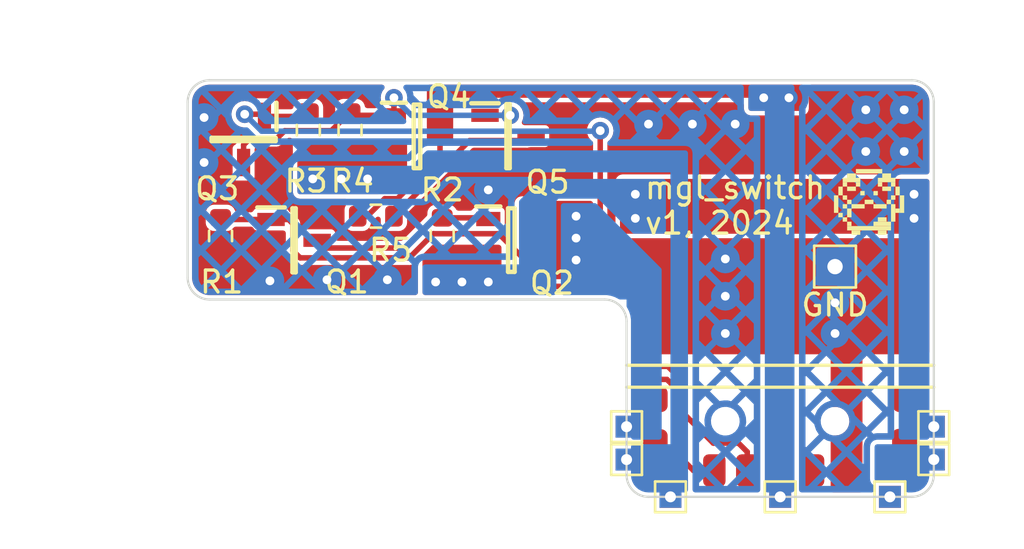
<source format=kicad_pcb>
(kicad_pcb (version 20221018) (generator pcbnew)
  (layers (0 "F.Cu" signal) (31 "B.Cu" signal) (34 "B.Paste" user) (35 "F.Paste" user) (36 "B.SilkS" user "B.Silkscreen") (37 "F.SilkS" user "F.Silkscreen") (38 "B.Mask" user) (39 "F.Mask" user) (44 "Edge.Cuts" user))
  (net 0 "")
  (net 1 "Net-(Q1-Pad1)")
  (net 2 "VCC_OUT")
  (net 3 "GNDPWR")
  (net 4 "Net-(Q3-Pad3)")
  (net 5 "VDD_OUT")
  (net 7 "/SW_COM")
  (net 8 "VCC")
  (net 9 "VDD")
  (net 10 "Net-(Q1-Pad3)")
  (net 11 "VCC_DRAIN")
  (net 12 "Net-(Q5-Pad3)")
  (net 13 "unconnected-(TP6-Pad1)")
  (footprint "TestPoint:TestPoint_THTPad_1.0x1.0mm_Drill0.5mm" (layer "F.Cu") (at 78 118.5)
    (fp_text reference "TP5" hide)
    (fp_text value "VCC")
    (fp_line (start -0.7 -0.7) (end 0.7 -0.7) (stroke (width 0.12)) (layer "F.SilkS"))
    (fp_line (start -0.7 0.7) (end -0.7 -0.7) (stroke (width 0.12)) (layer "F.SilkS"))
    (fp_line (start 0.7 -0.7) (end 0.7 0.7) (stroke (width 0.12)) (layer "F.SilkS"))
    (fp_line (start 0.7 0.7) (end -0.7 0.7) (stroke (width 0.12)) (layer "F.SilkS"))
    (pad "1" thru_hole rect (at 0 0) (size 1 1) (drill 0.5) (layers "*.Cu" "*.Mask") (net 2 "VCC_OUT"))
  )
  (footprint "Resistor_SMD:R_0603_1608Metric" (layer "F.Cu") (at 52.5 106.6 90)
    (fp_text reference "R1" (at -2.1 0.05 180) (layer "F.SilkS"))
    (fp_text value "100K")
    (fp_line (start -0.237258 -0.5225) (end 0.237258 -0.5225) (stroke (width 0.12)) (layer "F.SilkS"))
    (fp_line (start -0.237258 0.5225) (end 0.237258 0.5225) (stroke (width 0.12)) (layer "F.SilkS"))
    (pad "1" smd roundrect (at -0.825 0 90) (size 0.8 0.95) (layers "F.Cu" "F.Paste" "F.Mask") (net 3 "GNDPWR"))
    (pad "2" smd roundrect (at 0.825 0 90) (size 0.8 0.95) (layers "F.Cu" "F.Paste" "F.Mask") (net 1 "Net-(Q1-Pad1)"))
  )
  (footprint "User:Frog Silkscreen Small" (layer "F.Cu") (at 82.05 105.05)
    (fp_text reference "REF**" hide)
    (fp_text value "Frog Silkscreen Small" hide)
    (fp_rect (start -1.6 -0.3) (end -1.4 0.5) (fill solid) (layer "F.SilkS"))
    (fp_rect (start -1.4 -0.7) (end -1.2 -0.3) (fill solid) (layer "F.SilkS"))
    (fp_rect (start -1.4 0.5) (end -1.2 0.7) (fill solid) (layer "F.SilkS"))
    (fp_rect (start -1.2 -1.1) (end -0.4 -0.9) (fill solid) (layer "F.SilkS"))
    (fp_rect (start -1.2 -0.9) (end -1 -0.7) (fill solid) (layer "F.SilkS"))
    (fp_rect (start -1.2 -0.3) (end -1 -0.1) (fill solid) (layer "F.SilkS"))
    (fp_rect (start -1.2 0.1) (end -1 0.3) (fill solid) (layer "F.SilkS"))
    (fp_rect (start -1.2 0.7) (end -1 0.9) (fill solid) (layer "F.SilkS"))
    (fp_rect (start -1 -1.3) (end -0.6 -1.1) (fill solid) (layer "F.SilkS"))
    (fp_rect (start -1 -0.7) (end -0.6 -0.5) (fill solid) (layer "F.SilkS"))
    (fp_rect (start -1 -0.1) (end -0.8 0.1) (fill solid) (layer "F.SilkS"))
    (fp_rect (start -1 0.3) (end -0.8 0.7) (fill solid) (layer "F.SilkS"))
    (fp_rect (start -1 0.9) (end -0.8 1.1) (fill solid) (layer "F.SilkS"))
    (fp_rect (start -1 1.1) (end 1 1.3) (fill solid) (layer "F.SilkS"))
    (fp_rect (start -0.8 0.1) (end -0.2 0.3) (fill solid) (layer "F.SilkS"))
    (fp_rect (start -0.8 1.3) (end -0.4 1.5) (fill solid) (layer "F.SilkS"))
    (fp_rect (start -0.6 -1.5) (end 0.6 -1.3) (fill solid) (layer "F.SilkS"))
    (fp_rect (start -0.6 -0.9) (end -0.4 -0.7) (fill solid) (layer "F.SilkS"))
    (fp_rect (start -0.4 -0.5) (end -0.2 -0.3) (fill solid) (layer "F.SilkS"))
    (fp_rect (start -0.2 -0.1) (end 0.2 0.1) (fill solid) (layer "F.SilkS"))
    (fp_rect (start 0.2 -0.5) (end 0.4 -0.3) (fill solid) (layer "F.SilkS"))
    (fp_rect (start 0.2 0.1) (end 0.8 0.3) (fill solid) (layer "F.SilkS"))
    (fp_rect (start 0.2 0.9) (end 1 1.1) (fill solid) (layer "F.SilkS"))
    (fp_rect (start 0.4 -1.1) (end 1.2 -0.9) (fill solid) (layer "F.SilkS"))
    (fp_rect (start 0.4 -0.9) (end 0.6 -0.7) (fill solid) (layer "F.SilkS"))
    (fp_rect (start 0.4 0.7) (end 0.8 0.9) (fill solid) (layer "F.SilkS"))
    (fp_rect (start 0.4 1.3) (end 0.8 1.5) (fill solid) (layer "F.SilkS"))
    (fp_rect (start 0.6 -1.3) (end 1 -1.1) (fill solid) (layer "F.SilkS"))
    (fp_rect (start 0.6 -0.7) (end 1 -0.5) (fill solid) (layer "F.SilkS"))
    (fp_rect (start 0.8 -0.1) (end 1 0.1) (fill solid) (layer "F.SilkS"))
    (fp_rect (start 1 -0.9) (end 1.2 -0.7) (fill solid) (layer "F.SilkS"))
    (fp_rect (start 1 -0.3) (end 1.2 -0.1) (fill solid) (layer "F.SilkS"))
    (fp_rect (start 1 0.1) (end 1.2 0.9) (fill solid) (layer "F.SilkS"))
    (fp_rect (start 1.2 -0.7) (end 1.4 -0.3) (fill solid) (layer "F.SilkS"))
    (fp_rect (start 1.2 0.3) (end 1.4 0.5) (fill solid) (layer "F.SilkS"))
    (fp_rect (start 1.4 -0.3) (end 1.6 0.5) (fill solid) (layer "F.SilkS"))
  )
  (footprint "SamacSys_Parts:SOT95P237X112-3N" (layer "F.Cu") (at 65.6 102.05)
    (fp_text reference "Q5" (at 1.8 2.1) (layer "F.SilkS"))
    (fp_text value "SI2312BDS-T1-BE3" hide)
    (fp_line (start -1.675 -1.5) (end -0.425 -1.5) (stroke (width 0.2)) (layer "F.SilkS"))
    (fp_line (start -0.075 -1.46) (end 0.075 -1.46) (stroke (width 0.2)) (layer "F.SilkS"))
    (fp_line (start -0.075 1.46) (end -0.075 -1.46) (stroke (width 0.2)) (layer "F.SilkS"))
    (fp_line (start 0.075 -1.46) (end 0.075 1.46) (stroke (width 0.2)) (layer "F.SilkS"))
    (fp_line (start 0.075 1.46) (end -0.075 1.46) (stroke (width 0.2)) (layer "F.SilkS"))
    (pad "1" smd rect (at -1.05 -0.95 90) (size 0.6 1.25) (layers "F.Cu" "F.Paste" "F.Mask") (net 4 "Net-(Q3-Pad3)"))
    (pad "2" smd rect (at -1.05 0.95 90) (size 0.6 1.25) (layers "F.Cu" "F.Paste" "F.Mask") (net 3 "GNDPWR"))
    (pad "3" smd rect (at 1.05 0 90) (size 0.6 1.25) (layers "F.Cu" "F.Paste" "F.Mask") (net 12 "Net-(Q5-Pad3)"))
  )
  (footprint "SamacSys_Parts:MSKT-13C01" (layer "F.Cu") (at 78 115 180)
    (fp_text reference "SW1" hide)
    (fp_text value "SW_SP3T" hide)
    (pad "" np_thru_hole circle (at -2.5 -0.05 180) (size 0.8 0.8) (drill 0.8) (layers "F&B.Cu"))
    (pad "" np_thru_hole circle (at 2.5 -0.05 180) (size 0.8 0.8) (drill 0.8) (layers "F&B.Cu"))
    (pad "1" smd roundrect (at -3.01075 -2.2905 180) (size 1.0215 1.481) (layers "F.Cu" "F.Paste" "F.Mask") (net 3 "GNDPWR"))
    (pad "2" smd roundrect (at -1.5 -2.3 180) (size 1.0215 1.481) (layers "F.Cu" "F.Paste" "F.Mask"))
    (pad "3" smd roundrect (at 1.5 -2.3 180) (size 1.0215 1.481) (layers "F.Cu" "F.Paste" "F.Mask") (net 7 "/SW_COM"))
    (pad "4" smd roundrect (at 3 -2.3 180) (size 1.0215 1.481) (layers "F.Cu" "F.Paste" "F.Mask") (net 1 "Net-(Q1-Pad1)"))
    (pad "5" smd roundrect (at -5.7 0.95 180) (size 1.143 1.162) (layers "F.Cu" "F.Paste" "F.Mask"))
    (pad "5" smd roundrect (at -5.6715 -0.981 180) (size 1.143 1.162) (layers "F.Cu" "F.Paste" "F.Mask"))
    (pad "5" smd roundrect (at 5.7 -1 180) (size 1.143 1.162) (layers "F.Cu" "F.Paste" "F.Mask"))
    (pad "5" smd roundrect (at 5.7 0.95 180) (size 1.143 1.162) (layers "F.Cu" "F.Paste" "F.Mask"))
  )
  (footprint "Resistor_SMD:R_0603_1608Metric" (layer "F.Cu") (at 62.6 106.6 -90)
    (fp_text reference "R2" (at -2.1 0) (layer "F.SilkS"))
    (fp_text value "10K")
    (fp_line (start -0.237258 -0.5225) (end 0.237258 -0.5225) (stroke (width 0.12)) (layer "F.SilkS"))
    (fp_line (start -0.237258 0.5225) (end 0.237258 0.5225) (stroke (width 0.12)) (layer "F.SilkS"))
    (pad "1" smd roundrect (at -0.825 0 270) (size 0.8 0.95) (layers "F.Cu" "F.Paste" "F.Mask") (net 10 "Net-(Q1-Pad3)"))
    (pad "2" smd roundrect (at 0.825 0 270) (size 0.8 0.95) (layers "F.Cu" "F.Paste" "F.Mask") (net 9 "VDD"))
  )
  (footprint "TestPoint:TestPoint_THTPad_1.0x1.0mm_Drill0.5mm" (layer "F.Cu") (at 85 116.8)
    (fp_text reference "TP6" hide)
    (fp_text value "VCC_DRAIN")
    (fp_line (start -0.7 -0.7) (end 0.7 -0.7) (stroke (width 0.12)) (layer "F.SilkS"))
    (fp_line (start -0.7 0.7) (end -0.7 -0.7) (stroke (width 0.12)) (layer "F.SilkS"))
    (fp_line (start 0.7 -0.7) (end 0.7 0.7) (stroke (width 0.12)) (layer "F.SilkS"))
    (fp_line (start 0.7 0.7) (end -0.7 0.7) (stroke (width 0.12)) (layer "F.SilkS"))
    (pad "1" thru_hole rect (at 0 0) (size 1 1) (drill 0.5) (layers "*.Cu" "*.Mask") (net 13 "unconnected-(TP6-Pad1)"))
  )
  (footprint "Resistor_SMD:R_0603_1608Metric" (layer "F.Cu") (at 59.575 105.7)
    (fp_text reference "R5" (at 0.675 1.55) (layer "F.SilkS"))
    (fp_text value "75")
    (fp_line (start -0.237258 -0.5225) (end 0.237258 -0.5225) (stroke (width 0.12)) (layer "F.SilkS"))
    (fp_line (start -0.237258 0.5225) (end 0.237258 0.5225) (stroke (width 0.12)) (layer "F.SilkS"))
    (pad "1" smd roundrect (at -0.825 0) (size 0.8 0.95) (layers "F.Cu" "F.Paste" "F.Mask") (net 2 "VCC_OUT"))
    (pad "2" smd roundrect (at 0.825 0) (size 0.8 0.95) (layers "F.Cu" "F.Paste" "F.Mask") (net 12 "Net-(Q5-Pad3)"))
  )
  (footprint "Resistor_SMD:R_0603_1608Metric" (layer "F.Cu") (at 58.4 101.775 90)
    (fp_text reference "R4" (at -2.325 0.1) (layer "F.SilkS"))
    (fp_text value "10K")
    (fp_line (start -0.237258 -0.5225) (end 0.237258 -0.5225) (stroke (width 0.12)) (layer "F.SilkS"))
    (fp_line (start -0.237258 0.5225) (end 0.237258 0.5225) (stroke (width 0.12)) (layer "F.SilkS"))
    (pad "1" smd roundrect (at -0.825 0 90) (size 0.8 0.95) (layers "F.Cu" "F.Paste" "F.Mask") (net 8 "VCC"))
    (pad "2" smd roundrect (at 0.825 0 90) (size 0.8 0.95) (layers "F.Cu" "F.Paste" "F.Mask") (net 4 "Net-(Q3-Pad3)"))
  )
  (footprint "SamacSys_Parts:SOT95P237X112-3N" (layer "F.Cu") (at 55.85 106.8)
    (fp_text reference "Q1" (at 2.4 1.9) (layer "F.SilkS"))
    (fp_text value "SI2312BDS-T1-BE3" hide)
    (fp_line (start -1.675 -1.5) (end -0.425 -1.5) (stroke (width 0.2)) (layer "F.SilkS"))
    (fp_line (start -0.075 -1.46) (end 0.075 -1.46) (stroke (width 0.2)) (layer "F.SilkS"))
    (fp_line (start -0.075 1.46) (end -0.075 -1.46) (stroke (width 0.2)) (layer "F.SilkS"))
    (fp_line (start 0.075 -1.46) (end 0.075 1.46) (stroke (width 0.2)) (layer "F.SilkS"))
    (fp_line (start 0.075 1.46) (end -0.075 1.46) (stroke (width 0.2)) (layer "F.SilkS"))
    (pad "1" smd rect (at -1.05 -0.95 90) (size 0.6 1.25) (layers "F.Cu" "F.Paste" "F.Mask") (net 1 "Net-(Q1-Pad1)"))
    (pad "2" smd rect (at -1.05 0.95 90) (size 0.6 1.25) (layers "F.Cu" "F.Paste" "F.Mask") (net 3 "GNDPWR"))
    (pad "3" smd rect (at 1.05 0 90) (size 0.6 1.25) (layers "F.Cu" "F.Paste" "F.Mask") (net 10 "Net-(Q1-Pad3)"))
  )
  (footprint "SamacSys_Parts:SOT96P240X110-3N" (layer "F.Cu") (at 61.45 102.06)
    (fp_text reference "Q4" (at 1.45 -1.81) (layer "F.SilkS"))
    (fp_text value "DMP6350SQ-7" hide)
    (fp_line (start -1.6 -1.535) (end -0.5 -1.535) (stroke (width 0.2)) (layer "F.SilkS"))
    (fp_line (start -0.15 -1.45) (end 0.15 -1.45) (stroke (width 0.2)) (layer "F.SilkS"))
    (fp_line (start -0.15 1.45) (end -0.15 -1.45) (stroke (width 0.2)) (layer "F.SilkS"))
    (fp_line (start 0.15 -1.45) (end 0.15 1.45) (stroke (width 0.2)) (layer "F.SilkS"))
    (fp_line (start 0.15 1.45) (end -0.15 1.45) (stroke (width 0.2)) (layer "F.SilkS"))
    (pad "1" smd rect (at -1.05 -0.96 90) (size 0.65 1.1) (layers "F.Cu" "F.Paste" "F.Mask") (net 4 "Net-(Q3-Pad3)"))
    (pad "2" smd rect (at -1.05 0.96 90) (size 0.65 1.1) (layers "F.Cu" "F.Paste" "F.Mask") (net 8 "VCC"))
    (pad "3" smd rect (at 1.05 0 90) (size 0.65 1.1) (layers "F.Cu" "F.Paste" "F.Mask") (net 2 "VCC_OUT"))
  )
  (footprint "TestPoint:TestPoint_THTPad_1.0x1.0mm_Drill0.5mm" (layer "F.Cu") (at 71 115.3)
    (fp_text reference "TP3" hide)
    (fp_text value "VDD")
    (fp_line (start -0.7 -0.7) (end 0.7 -0.7) (stroke (width 0.12)) (layer "F.SilkS"))
    (fp_line (start -0.7 0.7) (end -0.7 -0.7) (stroke (width 0.12)) (layer "F.SilkS"))
    (fp_line (start 0.7 -0.7) (end 0.7 0.7) (stroke (width 0.12)) (layer "F.SilkS"))
    (fp_line (start 0.7 0.7) (end -0.7 0.7) (stroke (width 0.12)) (layer "F.SilkS"))
    (pad "1" thru_hole rect (at 0 0) (size 1 1) (drill 0.5) (layers "*.Cu" "*.Mask") (net 5 "VDD_OUT"))
  )
  (footprint "SamacSys_Parts:SOT96P240X110-3N" (layer "F.Cu") (at 65.75 106.79)
    (fp_text reference "Q2" (at 1.85 1.96) (layer "F.SilkS"))
    (fp_text value "DMP6350SQ-7" hide)
    (fp_line (start -1.6 -1.535) (end -0.5 -1.535) (stroke (width 0.2)) (layer "F.SilkS"))
    (fp_line (start -0.15 -1.45) (end 0.15 -1.45) (stroke (width 0.2)) (layer "F.SilkS"))
    (fp_line (start -0.15 1.45) (end -0.15 -1.45) (stroke (width 0.2)) (layer "F.SilkS"))
    (fp_line (start 0.15 -1.45) (end 0.15 1.45) (stroke (width 0.2)) (layer "F.SilkS"))
    (fp_line (start 0.15 1.45) (end -0.15 1.45) (stroke (width 0.2)) (layer "F.SilkS"))
    (pad "1" smd rect (at -1.05 -0.96 90) (size 0.65 1.1) (layers "F.Cu" "F.Paste" "F.Mask") (net 10 "Net-(Q1-Pad3)"))
    (pad "2" smd rect (at -1.05 0.96 90) (size 0.65 1.1) (layers "F.Cu" "F.Paste" "F.Mask") (net 9 "VDD"))
    (pad "3" smd rect (at 1.05 0 90) (size 0.65 1.1) (layers "F.Cu" "F.Paste" "F.Mask") (net 5 "VDD_OUT"))
  )
  (footprint "TestPoint:TestPoint_THTPad_1.5x1.5mm_Drill0.7mm" (layer "F.Cu") (at 80.5 108)
    (fp_text reference "TP1" hide)
    (fp_text value "GND" (at 0 1.75) (layer "F.SilkS"))
    (fp_line (start -0.95 -0.95) (end 0.95 -0.95) (stroke (width 0.12)) (layer "F.SilkS"))
    (fp_line (start -0.95 0.95) (end -0.95 -0.95) (stroke (width 0.12)) (layer "F.SilkS"))
    (fp_line (start 0.95 -0.95) (end 0.95 0.95) (stroke (width 0.12)) (layer "F.SilkS"))
    (fp_line (start 0.95 0.95) (end -0.95 0.95) (stroke (width 0.12)) (layer "F.SilkS"))
    (pad "1" thru_hole rect (at 0 0) (size 1.5 1.5) (drill 0.7) (layers "*.Cu" "*.Mask") (net 3 "GNDPWR"))
  )
  (footprint "Resistor_SMD:R_0603_1608Metric" (layer "F.Cu") (at 56.5 101.775 90)
    (fp_text reference "R3" (at -2.325 -0.1) (layer "F.SilkS"))
    (fp_text value "10K")
    (fp_line (start -0.237258 -0.5225) (end 0.237258 -0.5225) (stroke (width 0.12)) (layer "F.SilkS"))
    (fp_line (start -0.237258 0.5225) (end 0.237258 0.5225) (stroke (width 0.12)) (layer "F.SilkS"))
    (pad "1" smd roundrect (at -0.825 0 90) (size 0.8 0.95) (layers "F.Cu" "F.Paste" "F.Mask") (net 8 "VCC"))
    (pad "2" smd roundrect (at 0.825 0 90) (size 0.8 0.95) (layers "F.Cu" "F.Paste" "F.Mask") (net 7 "/SW_COM"))
  )
  (footprint "SamacSys_Parts:SOT95P237X112-3N" (layer "F.Cu") (at 53.55 102.2 -90)
    (fp_text reference "Q3" (at 2.25 1.2 180) (layer "F.SilkS"))
    (fp_text value "SI2312BDS-T1-BE3" hide)
    (fp_line (start -1.675 -1.5) (end -0.425 -1.5) (stroke (width 0.2)) (layer "F.SilkS"))
    (fp_line (start -0.075 -1.46) (end 0.075 -1.46) (stroke (width 0.2)) (layer "F.SilkS"))
    (fp_line (start -0.075 1.46) (end -0.075 -1.46) (stroke (width 0.2)) (layer "F.SilkS"))
    (fp_line (start 0.075 -1.46) (end 0.075 1.46) (stroke (width 0.2)) (layer "F.SilkS"))
    (fp_line (start 0.075 1.46) (end -0.075 1.46) (stroke (width 0.2)) (layer "F.SilkS"))
    (pad "1" smd rect (at -1.05 -0.95) (size 0.6 1.25) (layers "F.Cu" "F.Paste" "F.Mask") (net 7 "/SW_COM"))
    (pad "2" smd rect (at -1.05 0.95) (size 0.6 1.25) (layers "F.Cu" "F.Paste" "F.Mask") (net 3 "GNDPWR"))
    (pad "3" smd rect (at 1.05 0) (size 0.6 1.25) (layers "F.Cu" "F.Paste" "F.Mask") (net 4 "Net-(Q3-Pad3)"))
  )
  (footprint "TestPoint:TestPoint_THTPad_1.0x1.0mm_Drill0.5mm" (layer "F.Cu") (at 85 115.3)
    (fp_text reference "TP2" hide)
    (fp_text value "SW_VDD")
    (fp_line (start -0.7 -0.7) (end 0.7 -0.7) (stroke (width 0.12)) (layer "F.SilkS"))
    (fp_line (start -0.7 0.7) (end -0.7 -0.7) (stroke (width 0.12)) (layer "F.SilkS"))
    (fp_line (start 0.7 -0.7) (end 0.7 0.7) (stroke (width 0.12)) (layer "F.SilkS"))
    (fp_line (start 0.7 0.7) (end -0.7 0.7) (stroke (width 0.12)) (layer "F.SilkS"))
    (pad "1" thru_hole rect (at 0 0) (size 1 1) (drill 0.5) (layers "*.Cu" "*.Mask") (net 9 "VDD"))
  )
  (footprint "TestPoint:TestPoint_THTPad_1.0x1.0mm_Drill0.5mm" (layer "F.Cu") (at 71 116.8)
    (fp_text reference "TP4" hide)
    (fp_text value "SW_VCC")
    (fp_line (start -0.7 -0.7) (end 0.7 -0.7) (stroke (width 0.12)) (layer "F.SilkS"))
    (fp_line (start -0.7 0.7) (end -0.7 -0.7) (stroke (width 0.12)) (layer "F.SilkS"))
    (fp_line (start 0.7 -0.7) (end 0.7 0.7) (stroke (width 0.12)) (layer "F.SilkS"))
    (fp_line (start 0.7 0.7) (end -0.7 0.7) (stroke (width 0.12)) (layer "F.SilkS"))
    (pad "1" thru_hole rect (at 0 0) (size 1 1) (drill 0.5) (layers "*.Cu" "*.Mask") (net 8 "VCC"))
  )
  (footprint "TestPoint:TestPoint_THTPad_1.0x1.0mm_Drill0.5mm" (layer "F.Cu") (at 83 118.5)
    (fp_text reference "TP6" hide)
    (fp_text value "VCC_DRAIN")
    (fp_line (start -0.7 -0.7) (end 0.7 -0.7) (stroke (width 0.12)) (layer "F.SilkS"))
    (fp_line (start -0.7 0.7) (end -0.7 -0.7) (stroke (width 0.12)) (layer "F.SilkS"))
    (fp_line (start 0.7 -0.7) (end 0.7 0.7) (stroke (width 0.12)) (layer "F.SilkS"))
    (fp_line (start 0.7 0.7) (end -0.7 0.7) (stroke (width 0.12)) (layer "F.SilkS"))
    (pad "1" thru_hole rect (at 0 0) (size 1 1) (drill 0.5) (layers "*.Cu" "*.Mask") (net 11 "VCC_DRAIN"))
  )
  (footprint "TestPoint:TestPoint_THTPad_1.0x1.0mm_Drill0.5mm" (layer "F.Cu") (at 73 118.5)
    (fp_text reference "TP4" hide)
    (fp_text value "SW_VCC")
    (fp_line (start -0.7 -0.7) (end 0.7 -0.7) (stroke (width 0.12)) (layer "F.SilkS"))
    (fp_line (start -0.7 0.7) (end -0.7 -0.7) (stroke (width 0.12)) (layer "F.SilkS"))
    (fp_line (start 0.7 -0.7) (end 0.7 0.7) (stroke (width 0.12)) (layer "F.SilkS"))
    (fp_line (start 0.7 0.7) (end -0.7 0.7) (stroke (width 0.12)) (layer "F.SilkS"))
    (pad "1" thru_hole rect (at 0 0) (size 1 1) (drill 0.5) (layers "*.Cu" "*.Mask") (net 8 "VCC"))
  )
  (gr_line (start 71 113.5) (end 85 113.5) (stroke (width 0.15)) (layer "F.SilkS"))
  (gr_line (start 71 112.5) (end 85 112.5) (stroke (width 0.15)) (layer "F.SilkS"))
  (gr_line (start 84 99.5) (end 52 99.5) (stroke (width 0.1)) (layer "Edge.Cuts"))
  (gr_arc (start 51 100.5) (mid 51.292893 99.792893) (end 52 99.5) (stroke (width 0.1)) (layer "Edge.Cuts"))
  (gr_arc (start 72 118.5) (mid 71.292893 118.207107) (end 71 117.5) (stroke (width 0.1)) (layer "Edge.Cuts"))
  (gr_line (start 52 109.5) (end 70 109.5) (stroke (width 0.1)) (layer "Edge.Cuts"))
  (gr_arc (start 84 99.5) (mid 84.707107 99.792893) (end 85 100.5) (stroke (width 0.1)) (layer "Edge.Cuts"))
  (gr_arc (start 70 109.5) (mid 70.707107 109.792893) (end 71 110.5) (stroke (width 0.1)) (layer "Edge.Cuts"))
  (gr_line (start 51 100.5) (end 51 108.5) (stroke (width 0.1)) (layer "Edge.Cuts"))
  (gr_line (start 84 118.5) (end 72 118.5) (stroke (width 0.1)) (layer "Edge.Cuts"))
  (gr_arc (start 52 109.5) (mid 51.292893 109.207107) (end 51 108.5) (stroke (width 0.1)) (layer "Edge.Cuts"))
  (gr_line (start 71 117.5) (end 71 110.5) (stroke (width 0.1)) (layer "Edge.Cuts"))
  (gr_arc (start 85 117.5) (mid 84.707107 118.207107) (end 84 118.5) (stroke (width 0.1)) (layer "Edge.Cuts"))
  (gr_line (start 85 100.5) (end 85 117.5) (stroke (width 0.1)) (layer "Edge.Cuts"))
  (gr_text "mgl_switch\nv1, 2024" (at 71.75 106.6) (layer "F.SilkS") (effects (font (size 1 1)) (justify left bottom)))
  (segment (start 72.457604 113.144) (end 72.838731 113.144) (width 0.25) (layer "F.Cu") (net 1))
  (segment (start 73.2 116.45) (end 74.05 117.3) (width 0.25) (layer "F.Cu") (net 1))
  (segment (start 54.8 105.85) (end 55.6 105.85) (width 0.25) (layer "F.Cu") (net 1))
  (segment (start 72.838731 113.144) (end 73.2 113.505269) (width 0.25) (layer "F.Cu") (net 1))
  (segment (start 71.313604 108.9) (end 71.6 109.186396) (width 0.25) (layer "F.Cu") (net 1))
  (segment (start 73.2 113.505269) (end 73.2 116.45) (width 0.25) (layer "F.Cu") (net 1))
  (segment (start 55.8 106.05) (end 55.8 107.275) (width 0.25) (layer "F.Cu") (net 1))
  (segment (start 52.575 105.85) (end 52.5 105.775) (width 0.25) (layer "F.Cu") (net 1))
  (segment (start 54.8 105.85) (end 52.575 105.85) (width 0.25) (layer "F.Cu") (net 1))
  (segment (start 67.575 108.9) (end 71.313604 108.9) (width 0.25) (layer "F.Cu") (net 1))
  (segment (start 55.6 105.85) (end 55.8 106.05) (width 0.25) (layer "F.Cu") (net 1))
  (segment (start 61.1 107.6) (end 62.2 106.5) (width 0.25) (layer "F.Cu") (net 1))
  (segment (start 71.6 109.186396) (end 71.6 112.286396) (width 0.25) (layer "F.Cu") (net 1))
  (segment (start 71.6 112.286396) (end 72.457604 113.144) (width 0.25) (layer "F.Cu") (net 1))
  (segment (start 62.2 106.5) (end 65.175 106.5) (width 0.25) (layer "F.Cu") (net 1))
  (segment (start 74.05 117.3) (end 75 117.3) (width 0.25) (layer "F.Cu") (net 1))
  (segment (start 56.125 107.6) (end 61.1 107.6) (width 0.25) (layer "F.Cu") (net 1))
  (segment (start 65.175 106.5) (end 67.575 108.9) (width 0.25) (layer "F.Cu") (net 1))
  (segment (start 55.8 107.275) (end 56.125 107.6) (width 0.25) (layer "F.Cu") (net 1))
  (segment (start 62.5 102.06) (end 62.5 102.963604) (width 0.25) (layer "F.Cu") (net 2))
  (segment (start 59.182538 105.7) (end 58.75 105.7) (width 0.25) (layer "F.Cu") (net 2))
  (segment (start 60.563604 104.9) (end 59.982538 104.9) (width 0.25) (layer "F.Cu") (net 2))
  (segment (start 62.5 102.963604) (end 60.563604 104.9) (width 0.25) (layer "F.Cu") (net 2))
  (segment (start 59.982538 104.9) (end 59.182538 105.7) (width 0.25) (layer "F.Cu") (net 2))
  (via (at 78.4 100.3) (size 0.8) (drill 0.4) (layers "F.Cu" "B.Cu") (net 2))
  (via (at 77.25 100.3) (size 0.8) (drill 0.4) (layers "F.Cu" "B.Cu") (net 2))
  (via (at 64.7 104.5) (size 0.8) (drill 0.4) (layers "F.Cu" "B.Cu") (net 3))
  (via (at 60.1 108.6) (size 0.8) (drill 0.4) (layers "F.Cu" "B.Cu") (net 3))
  (via (at 57.35 108.6) (size 0.8) (drill 0.4) (layers "F.Cu" "B.Cu") (net 3))
  (via (at 80.5 109.65) (size 0.8) (drill 0.4) (layers "F.Cu" "B.Cu") (net 3))
  (via (at 81.9 100.85) (size 0.8) (drill 0.4) (layers "F.Cu" "B.Cu") (net 3))
  (via (at 51.75 101.2) (size 0.8) (drill 0.4) (layers "F.Cu" "B.Cu") (net 3))
  (via (at 72 101.5) (size 0.8) (drill 0.4) (layers "F.Cu" "B.Cu") (net 3))
  (via (at 74 101.5) (size 0.8) (drill 0.4) (layers "F.Cu" "B.Cu") (net 3))
  (via (at 51.75 103.25) (size 0.8) (drill 0.4) (layers "F.Cu" "B.Cu") (net 3))
  (via (at 54.75 108.65) (size 0.8) (drill 0.4) (layers "F.Cu" "B.Cu") (net 3))
  (via (at 75.5 107.65) (size 0.8) (drill 0.4) (layers "F.Cu" "B.Cu") (net 3))
  (via (at 75.5 109.35) (size 0.8) (drill 0.4) (layers "F.Cu" "B.Cu") (net 3))
  (via (at 83.65 102.75) (size 0.8) (drill 0.4) (layers "F.Cu" "B.Cu") (net 3))
  (via (at 80.5 111.05) (size 0.8) (drill 0.4) (layers "F.Cu" "B.Cu") (net 3))
  (via (at 75.95 101.5) (size 0.8) (drill 0.4) (layers "F.Cu" "B.Cu") (net 3))
  (via (at 83.65 100.85) (size 0.8) (drill 0.4) (layers "F.Cu" "B.Cu") (net 3))
  (via (at 81.9 102.75) (size 0.8) (drill 0.4) (layers "F.Cu" "B.Cu") (net 3))
  (via (at 75.5 111.05) (size 0.8) (drill 0.4) (layers "F.Cu" "B.Cu") (net 3))
  (segment (start 64.55 101.1) (end 65.7 101.1) (width 0.25) (layer "F.Cu") (net 4))
  (segment (start 58.4 100.95) (end 57.55 101.8) (width 0.25) (layer "F.Cu") (net 4))
  (segment (start 53.55 102.45) (end 53.55 103.25) (width 0.25) (layer "F.Cu") (net 4))
  (segment (start 58.55 101.1) (end 58.4 100.95) (width 0.25) (layer "F.Cu") (net 4))
  (segment (start 53.8 102.2) (end 53.55 102.45) (width 0.25) (layer "F.Cu") (net 4))
  (segment (start 60.4 100.3) (end 60.4 101.1) (width 0.25) (layer "F.Cu") (net 4))
  (segment (start 55.025 102.2) (end 53.8 102.2) (width 0.25) (layer "F.Cu") (net 4))
  (segment (start 55.425 101.8) (end 55.025 102.2) (width 0.25) (layer "F.Cu") (net 4))
  (segment (start 57.55 101.8) (end 55.425 101.8) (width 0.25) (layer "F.Cu") (net 4))
  (segment (start 60.4 101.1) (end 58.55 101.1) (width 0.25) (layer "F.Cu") (net 4))
  (via (at 60.4 100.3) (size 0.8) (drill 0.4) (layers "F.Cu" "B.Cu") (net 4))
  (via (at 65.7 101.1) (size 0.8) (drill 0.4) (layers "F.Cu" "B.Cu") (net 4))
  (segment (start 65.7 101.1) (end 61.2 101.1) (width 0.25) (layer "B.Cu") (net 4))
  (segment (start 61.2 101.1) (end 60.4 100.3) (width 0.25) (layer "B.Cu") (net 4))
  (via (at 68.7 107.7) (size 0.8) (drill 0.4) (layers "F.Cu" "B.Cu") (net 5))
  (via (at 68.7 105.7) (size 0.8) (drill 0.4) (layers "F.Cu" "B.Cu") (net 5))
  (via (at 68.7 106.7) (size 0.8) (drill 0.4) (layers "F.Cu" "B.Cu") (net 5))
  (segment (start 72.05 109) (end 72.05 112.1) (width 0.25) (layer "F.Cu") (net 7))
  (segment (start 69.8 101.8) (end 69.8 108.3) (width 0.25) (layer "F.Cu") (net 7))
  (segment (start 69.8 108.3) (end 69.95 108.45) (width 0.25) (layer "F.Cu") (net 7))
  (segment (start 72.05 112.1) (end 72.5 112.55) (width 0.25) (layer "F.Cu") (net 7))
  (segment (start 54.4 101.05) (end 54.5 101.15) (width 0.25) (layer "F.Cu") (net 7))
  (segment (start 54.5 101.15) (end 56.3 101.15) (width 0.25) (layer "F.Cu") (net 7))
  (segment (start 53.6 101.05) (end 54.4 101.05) (width 0.25) (layer "F.Cu") (net 7))
  (segment (start 76.1 116.05) (end 76.5 116.45) (width 0.25) (layer "F.Cu") (net 7))
  (segment (start 72.5 112.55) (end 72.881127 112.55) (width 0.25) (layer "F.Cu") (net 7))
  (segment (start 76.5 116.45) (end 76.5 117.3) (width 0.25) (layer "F.Cu") (net 7))
  (segment (start 71.5 108.45) (end 72.05 109) (width 0.25) (layer "F.Cu") (net 7))
  (segment (start 72.881127 112.55) (end 73.65 113.318873) (width 0.25) (layer "F.Cu") (net 7))
  (segment (start 69.95 108.45) (end 71.5 108.45) (width 0.25) (layer "F.Cu") (net 7))
  (segment (start 73.65 114.75) (end 74.95 116.05) (width 0.25) (layer "F.Cu") (net 7))
  (segment (start 56.3 101.15) (end 56.5 100.95) (width 0.25) (layer "F.Cu") (net 7))
  (segment (start 74.95 116.05) (end 76.1 116.05) (width 0.25) (layer "F.Cu") (net 7))
  (segment (start 73.65 113.318873) (end 73.65 114.75) (width 0.25) (layer "F.Cu") (net 7))
  (via (at 53.6 101.05) (size 0.8) (drill 0.4) (layers "F.Cu" "B.Cu") (net 7))
  (via (at 69.8 101.8) (size 0.8) (drill 0.4) (layers "F.Cu" "B.Cu") (net 7))
  (segment (start 54.375 101.825) (end 53.6 101.05) (width 0.25) (layer "B.Cu") (net 7))
  (segment (start 69.775 101.825) (end 54.375 101.825) (width 0.25) (layer "B.Cu") (net 7))
  (segment (start 69.8 101.8) (end 69.775 101.825) (width 0.25) (layer "B.Cu") (net 7))
  (via (at 59.2 104) (size 0.8) (drill 0.4) (layers "F.Cu" "B.Cu") (net 8))
  (via (at 56.7 104) (size 0.8) (drill 0.4) (layers "F.Cu" "B.Cu") (net 8))
  (via (at 58 104) (size 0.8) (drill 0.4) (layers "F.Cu" "B.Cu") (net 8))
  (via (at 63.5 108.7) (size 0.8) (drill 0.4) (layers "F.Cu" "B.Cu") (net 9))
  (via (at 71.4 105.8) (size 0.8) (drill 0.4) (layers "F.Cu" "B.Cu") (net 9))
  (via (at 71.4 104.7) (size 0.8) (drill 0.4) (layers "F.Cu" "B.Cu") (net 9))
  (via (at 62.3 108.7) (size 0.8) (drill 0.4) (layers "F.Cu" "B.Cu") (net 9))
  (via (at 84.1 104.7) (size 0.8) (drill 0.4) (layers "F.Cu" "B.Cu") (net 9))
  (via (at 84.1 105.8) (size 0.8) (drill 0.4) (layers "F.Cu" "B.Cu") (net 9))
  (via (at 64.7 108.7) (size 0.8) (drill 0.4) (layers "F.Cu" "B.Cu") (net 9))
  (segment (start 62.275 105.775) (end 62.6 105.775) (width 0.25) (layer "F.Cu") (net 10))
  (segment (start 62.6 105.775) (end 64.645 105.775) (width 0.25) (layer "F.Cu") (net 10))
  (segment (start 57.25 107.15) (end 60.9 107.15) (width 0.25) (layer "F.Cu") (net 10))
  (segment (start 60.9 107.15) (end 62.275 105.775) (width 0.25) (layer "F.Cu") (net 10))
  (segment (start 56.9 106.8) (end 57.25 107.15) (width 0.25) (layer "F.Cu") (net 10))
  (segment (start 64.645 105.775) (end 64.7 105.83) (width 0.25) (layer "F.Cu") (net 10))
  (segment (start 63.85 102.25) (end 66.45 102.25) (width 0.25) (layer "F.Cu") (net 12))
  (segment (start 66.45 102.25) (end 66.65 102.05) (width 0.25) (layer "F.Cu") (net 12))
  (segment (start 60.4 105.7) (end 63.85 102.25) (width 0.25) (layer "F.Cu") (net 12))
  (zone (net 2) (net_name "VCC_OUT") (layer "F.Cu") (name "VCC_OUT_FRONT") (priority 2) (connect_pads yes (clearance 0.2)) (min_thickness 0.25) (fill yes (thermal_gap 0.5) (thermal_bridge_width 0.5))
    (polygon (pts (xy 61.9 102.45) (xy 61.9 99.5) (xy 79.1 99.5) (xy 79.1 100.9) (xy 76.55 100.9) (xy 76.55 100.3) (xy 63.1 100.3) (xy 63.1 102.45)))
  )
  (zone (net 5) (net_name "VDD_OUT") (layer "F.Cu") (name "VDD__OUT_FRONT") (priority 4) (connect_pads yes (clearance 0.2)) (min_thickness 0.25) (fill yes (thermal_gap 0.5) (thermal_bridge_width 0.5))
    (polygon (pts (xy 66.1 105) (xy 66.1 109.5) (xy 69.5 109.5) (xy 69.5 105)))
  )
  (zone (net 9) (net_name "VDD") (layer "F.Cu") (name "VDD_FRONT") (priority 3) (connect_pads yes (clearance 0.2)) (min_thickness 0.25) (fill yes (thermal_gap 0.5) (thermal_bridge_width 0.5))
    (polygon (pts (xy 65.3 107) (xy 65.3 109.5) (xy 61.7 109.5) (xy 61.7 107)))
  )
  (zone (net 8) (net_name "VCC") (layer "F.Cu") (name "VCC_FRONT") (priority 1) (connect_pads yes (clearance 0.2)) (min_thickness 0.25) (fill yes (thermal_gap 0.5) (thermal_bridge_width 0.5))
    (polygon (pts (xy 56 102.2) (xy 61 102.2) (xy 61 103.45) (xy 59.75 104.7) (xy 56 104.7)))
  )
  (zone (net 3) (net_name "GNDPWR") (layer "F.Cu") (name "GND_FRONT") (connect_pads yes (clearance 0.2)) (min_thickness 0.25) (fill yes (thermal_gap 0.5) (thermal_bridge_width 0.5))
    (polygon (pts (xy 51 99.5) (xy 85 99.5) (xy 85 112) (xy 81.75 112) (xy 81.75 118.5) (xy 80.3 118.5) (xy 80.3 112) (xy 71 112) (xy 71 109.5) (xy 51 109.5)))
  )
  (zone (net 9) (net_name "VDD") (layer "F.Cu") (name "VDD_FRONT_BRIDGE") (priority 7) (connect_pads (clearance 0.2)) (min_thickness 0.25) (fill yes (thermal_gap 0.5) (thermal_bridge_width 0.5))
    (polygon (pts (xy 70.7 104) (xy 85 104) (xy 85 106.5) (xy 70.7 106.5)))
  )
  (zone (net 2) (net_name "VCC_OUT") (layer "B.Cu") (name "VCC_OUT_BACK") (priority 10) (connect_pads yes (clearance 0.2)) (min_thickness 0.25) (fill yes (thermal_gap 0.5) (thermal_bridge_width 0.5))
    (polygon (pts (xy 77.3 118.5) (xy 77.3 100.9) (xy 76.55 100.9) (xy 76.55 99.45) (xy 78.65 99.4) (xy 78.65 118.45)))
  )
  (zone (net 9) (net_name "VDD") (layer "B.Cu") (name "VDD_BACK") (priority 6) (connect_pads yes (clearance 0.2)) (min_thickness 0.25) (fill yes (thermal_gap 0.5) (thermal_bridge_width 0.5))
    (polygon (pts (xy 61.7 109.5) (xy 61.7 107.9) (xy 66.1 107.9) (xy 66.1 105) (xy 67.1 104) (xy 72.8 104) (xy 72.8 106.5) (xy 71.3 106.5) (xy 69.7 104.9) (xy 67.9 104.9) (xy 67.8 105) (xy 67.8 109.5)))
  )
  (zone (net 3) (net_name "GNDPWR") (layer "B.Cu") (name "GND_BACK") (connect_pads yes (clearance 0.2)) (min_thickness 0.25) (fill yes (mode hatch) (thermal_gap 0.5) (thermal_bridge_width 0.5) (hatch_thickness 0.3) (hatch_gap 1) (hatch_orientation 45) (hatch_border_algorithm hatch_thickness) (hatch_min_hole_area 0.3))
    (polygon (pts (xy 51 99.5) (xy 85 99.5) (xy 85 118.5) (xy 71 118.5) (xy 71 109.5) (xy 51 109.5)))
  )
  (zone (net 8) (net_name "VCC") (layer "B.Cu") (name "VCC_FRONT") (priority 9) (connect_pads yes (clearance 0.2)) (min_thickness 0.25) (fill yes (thermal_gap 0.5) (thermal_bridge_width 0.5))
    (polygon (pts (xy 56 103.4) (xy 61.2 103.4) (xy 61.9 102.7) (xy 73.8 102.7) (xy 73.8 118.5) (xy 70.3 118.5) (xy 70.3 116.1) (xy 73 116.1) (xy 73 103.7) (xy 62.7 103.7) (xy 61.7 104.7) (xy 56 104.7)))
  )
  (zone (net 13) (net_name "unconnected-(TP6-Pad1)") (layer "B.Cu") (name "VCC_DRAIN_BACK") (priority 11) (connect_pads yes (clearance 0.2)) (min_thickness 0.25) (fill yes (thermal_gap 0.5) (thermal_bridge_width 0.5))
    (polygon (pts (xy 82.3 118.5) (xy 82.3 116.1) (xy 85 116.1) (xy 85 118.5)))
  )
  (zone (net 9) (net_name "VDD") (layer "B.Cu") (name "VDD_BACK_BRIDGE") (priority 8) (connect_pads yes (clearance 0.2)) (min_thickness 0.25) (fill yes (thermal_gap 0.5) (thermal_bridge_width 0.5))
    (polygon (pts (xy 85 104) (xy 85 116.1) (xy 83.4 116.1) (xy 83.4 104)))
  )
  (zone (net 5) (net_name "VDD_OUT") (layer "B.Cu") (name "VDD_OUT_BACK") (priority 5) (connect_pads yes (clearance 0.2)) (min_thickness 0.25) (fill yes (thermal_gap 0.5) (thermal_bridge_width 0.5))
    (polygon (pts (xy 68 105) (xy 68 109.5) (xy 71 109.5) (xy 71 115.9) (xy 72.6 115.9) (xy 72.6 108.1) (xy 69.5 105)))
  )
)
</source>
